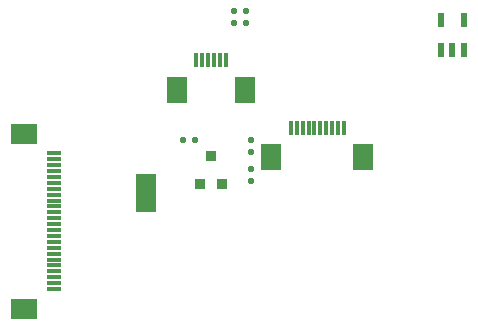
<source format=gbp>
G04*
G04 #@! TF.GenerationSoftware,Altium Limited,Altium Designer,20.2.6 (244)*
G04*
G04 Layer_Color=128*
%FSLAX25Y25*%
%MOIN*%
G70*
G04*
G04 #@! TF.SameCoordinates,568CAEEB-50F0-44EC-8363-EC95FF72310B*
G04*
G04*
G04 #@! TF.FilePolarity,Positive*
G04*
G01*
G75*
%ADD22R,0.07087X0.08661*%
%ADD23R,0.01181X0.05118*%
G04:AMPARAMS|DCode=34|XSize=20mil|YSize=20mil|CornerRadius=5mil|HoleSize=0mil|Usage=FLASHONLY|Rotation=180.000|XOffset=0mil|YOffset=0mil|HoleType=Round|Shape=RoundedRectangle|*
%AMROUNDEDRECTD34*
21,1,0.02000,0.01000,0,0,180.0*
21,1,0.01000,0.02000,0,0,180.0*
1,1,0.01000,-0.00500,0.00500*
1,1,0.01000,0.00500,0.00500*
1,1,0.01000,0.00500,-0.00500*
1,1,0.01000,-0.00500,-0.00500*
%
%ADD34ROUNDEDRECTD34*%
%ADD38R,0.03543X0.03740*%
%ADD39R,0.03543X0.03740*%
G04:AMPARAMS|DCode=40|XSize=20mil|YSize=20mil|CornerRadius=5mil|HoleSize=0mil|Usage=FLASHONLY|Rotation=270.000|XOffset=0mil|YOffset=0mil|HoleType=Round|Shape=RoundedRectangle|*
%AMROUNDEDRECTD40*
21,1,0.02000,0.01000,0,0,270.0*
21,1,0.01000,0.02000,0,0,270.0*
1,1,0.01000,-0.00500,-0.00500*
1,1,0.01000,-0.00500,0.00500*
1,1,0.01000,0.00500,0.00500*
1,1,0.01000,0.00500,-0.00500*
%
%ADD40ROUNDEDRECTD40*%
%ADD44R,0.05118X0.01181*%
%ADD45R,0.08661X0.07087*%
%ADD46R,0.07000X0.13000*%
%ADD131R,0.02362X0.04528*%
D22*
X89446Y103500D02*
D03*
X66612Y103500D02*
D03*
X98104Y81000D02*
D03*
X128813Y81000D02*
D03*
D23*
X82950Y113331D02*
D03*
X80982D02*
D03*
X79013D02*
D03*
X77045D02*
D03*
X75076D02*
D03*
X73108D02*
D03*
X104600Y90831D02*
D03*
X110505D02*
D03*
X112474D02*
D03*
X114443D02*
D03*
X116411D02*
D03*
X118379D02*
D03*
X120348D02*
D03*
X122317D02*
D03*
X108537D02*
D03*
X106569D02*
D03*
D34*
X91500Y82800D02*
D03*
Y86800D02*
D03*
Y77100D02*
D03*
Y73100D02*
D03*
D38*
X77936Y81287D02*
D03*
X81676Y72035D02*
D03*
D39*
X74196Y72035D02*
D03*
D40*
X85793Y129724D02*
D03*
X89793D02*
D03*
X85793Y125751D02*
D03*
X89793D02*
D03*
X72536Y86879D02*
D03*
X68536D02*
D03*
D44*
X25631Y52810D02*
D03*
Y50842D02*
D03*
Y37062D02*
D03*
Y39031D02*
D03*
Y40999D02*
D03*
Y42968D02*
D03*
Y44936D02*
D03*
Y46905D02*
D03*
Y48873D02*
D03*
Y54779D02*
D03*
Y56747D02*
D03*
Y58716D02*
D03*
Y60684D02*
D03*
Y62653D02*
D03*
Y64621D02*
D03*
Y66590D02*
D03*
Y68558D02*
D03*
Y70527D02*
D03*
Y72495D02*
D03*
Y74464D02*
D03*
Y76432D02*
D03*
Y78401D02*
D03*
Y80369D02*
D03*
Y82338D02*
D03*
D45*
X15800Y30566D02*
D03*
X15800Y88834D02*
D03*
D46*
X56500Y69000D02*
D03*
D131*
X162240Y126918D02*
D03*
X154760D02*
D03*
Y116682D02*
D03*
X158500D02*
D03*
X162240D02*
D03*
M02*

</source>
